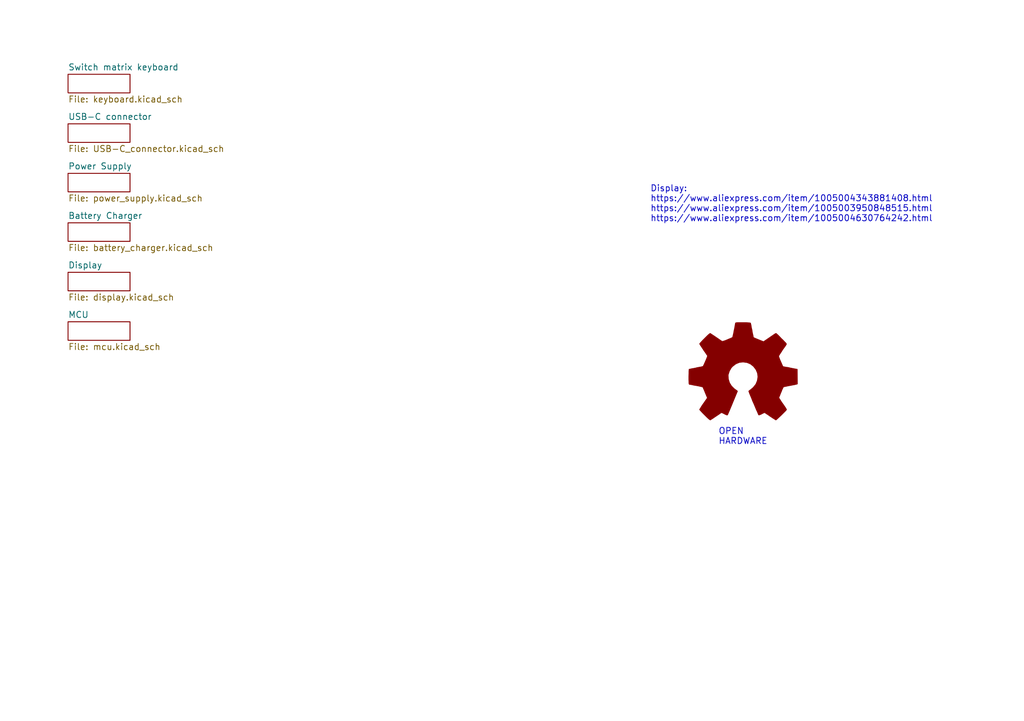
<source format=kicad_sch>
(kicad_sch (version 20230121) (generator eeschema)

  (uuid 35282355-b5fa-4a34-be75-817e69674e40)

  (paper "A5")

  (title_block
    (title "Open Source Machinist Calculator")
    (rev "Draft")
  )

  (lib_symbols
    (symbol "Graphic:Logo_Open_Hardware_Large" (in_bom no) (on_board no)
      (property "Reference" "#SYM" (at 0 12.7 0)
        (effects (font (size 1.27 1.27)) hide)
      )
      (property "Value" "Logo_Open_Hardware_Large" (at 0 -10.16 0)
        (effects (font (size 1.27 1.27)) hide)
      )
      (property "Footprint" "" (at 0 0 0)
        (effects (font (size 1.27 1.27)) hide)
      )
      (property "Datasheet" "~" (at 0 0 0)
        (effects (font (size 1.27 1.27)) hide)
      )
      (property "Sim.Enable" "0" (at 0 0 0)
        (effects (font (size 1.27 1.27)) hide)
      )
      (property "ki_keywords" "Logo" (at 0 0 0)
        (effects (font (size 1.27 1.27)) hide)
      )
      (property "ki_description" "Open Hardware logo, large" (at 0 0 0)
        (effects (font (size 1.27 1.27)) hide)
      )
      (symbol "Logo_Open_Hardware_Large_1_1"
        (polyline
          (pts
            (xy 6.731 -8.7122)
            (xy 6.6294 -8.6614)
            (xy 6.35 -8.4836)
            (xy 5.9944 -8.255)
            (xy 5.5372 -7.9502)
            (xy 5.1054 -7.6454)
            (xy 4.7498 -7.4168)
            (xy 4.4958 -7.239)
            (xy 4.3942 -7.1882)
            (xy 4.318 -7.2136)
            (xy 4.1148 -7.3152)
            (xy 3.81 -7.4676)
            (xy 3.6322 -7.5692)
            (xy 3.3528 -7.6708)
            (xy 3.2258 -7.6962)
            (xy 3.2004 -7.6708)
            (xy 3.0988 -7.4676)
            (xy 2.9464 -7.0866)
            (xy 2.7178 -6.604)
            (xy 2.4892 -6.0452)
            (xy 2.2352 -5.4356)
            (xy 1.9558 -4.826)
            (xy 1.7272 -4.2164)
            (xy 1.4986 -3.683)
            (xy 1.3208 -3.2512)
            (xy 1.2192 -2.9464)
            (xy 1.1684 -2.8194)
            (xy 1.1938 -2.794)
            (xy 1.3208 -2.667)
            (xy 1.5748 -2.4892)
            (xy 2.0828 -2.0574)
            (xy 2.6162 -1.397)
            (xy 2.921 -0.6604)
            (xy 3.048 0.1524)
            (xy 2.9464 0.9144)
            (xy 2.6416 1.6256)
            (xy 2.1336 2.286)
            (xy 1.524 2.7686)
            (xy 0.8128 3.0734)
            (xy 0 3.175)
            (xy -0.762 3.0988)
            (xy -1.4986 2.794)
            (xy -2.159 2.286)
            (xy -2.4384 1.9812)
            (xy -2.8194 1.3208)
            (xy -3.048 0.6096)
            (xy -3.0734 0.4318)
            (xy -3.0226 -0.3556)
            (xy -2.794 -1.0922)
            (xy -2.3876 -1.7526)
            (xy -1.8288 -2.3114)
            (xy -1.7526 -2.3622)
            (xy -1.4732 -2.5654)
            (xy -1.2954 -2.6924)
            (xy -1.1684 -2.8194)
            (xy -2.159 -5.207)
            (xy -2.3114 -5.588)
            (xy -2.5908 -6.2484)
            (xy -2.8194 -6.8072)
            (xy -3.0226 -7.2644)
            (xy -3.1496 -7.5692)
            (xy -3.2258 -7.6708)
            (xy -3.2258 -7.6962)
            (xy -3.302 -7.6962)
            (xy -3.4798 -7.6454)
            (xy -3.8354 -7.4676)
            (xy -4.0386 -7.366)
            (xy -4.2926 -7.239)
            (xy -4.4196 -7.1882)
            (xy -4.5212 -7.239)
            (xy -4.7498 -7.3914)
            (xy -5.1054 -7.6454)
            (xy -5.5372 -7.9248)
            (xy -5.9436 -8.2042)
            (xy -6.3246 -8.4582)
            (xy -6.604 -8.636)
            (xy -6.731 -8.7122)
            (xy -6.7564 -8.7122)
            (xy -6.858 -8.636)
            (xy -7.0866 -8.4582)
            (xy -7.4168 -8.1534)
            (xy -7.874 -7.6962)
            (xy -7.9502 -7.62)
            (xy -8.3312 -7.239)
            (xy -8.636 -6.9088)
            (xy -8.8392 -6.6802)
            (xy -8.9154 -6.5786)
            (xy -8.9154 -6.5786)
            (xy -8.8392 -6.4516)
            (xy -8.6614 -6.1722)
            (xy -8.4328 -5.7912)
            (xy -8.128 -5.3594)
            (xy -7.3152 -4.191)
            (xy -7.7724 -3.0988)
            (xy -7.8994 -2.7686)
            (xy -8.0772 -2.3622)
            (xy -8.2042 -2.0828)
            (xy -8.255 -1.9558)
            (xy -8.382 -1.905)
            (xy -8.6614 -1.8542)
            (xy -9.0932 -1.7526)
            (xy -9.6266 -1.651)
            (xy -10.1092 -1.5748)
            (xy -10.541 -1.4732)
            (xy -10.8712 -1.4224)
            (xy -11.0236 -1.397)
            (xy -11.049 -1.3716)
            (xy -11.0744 -1.2954)
            (xy -11.0998 -1.143)
            (xy -11.0998 -0.889)
            (xy -11.1252 -0.4572)
            (xy -11.1252 0.1524)
            (xy -11.1252 0.2286)
            (xy -11.0998 0.8128)
            (xy -11.0998 1.27)
            (xy -11.0744 1.5494)
            (xy -11.0744 1.6764)
            (xy -11.0744 1.6764)
            (xy -10.922 1.7018)
            (xy -10.6172 1.778)
            (xy -10.16 1.8542)
            (xy -9.652 1.9558)
            (xy -9.6012 1.9812)
            (xy -9.0932 2.0828)
            (xy -8.636 2.159)
            (xy -8.3312 2.2352)
            (xy -8.2042 2.286)
            (xy -8.1788 2.3114)
            (xy -8.0772 2.5146)
            (xy -7.9248 2.8448)
            (xy -7.747 3.2512)
            (xy -7.5692 3.6576)
            (xy -7.4168 4.0386)
            (xy -7.3152 4.318)
            (xy -7.2898 4.445)
            (xy -7.2898 4.445)
            (xy -7.366 4.572)
            (xy -7.5438 4.826)
            (xy -7.7978 5.207)
            (xy -8.128 5.6642)
            (xy -8.128 5.6896)
            (xy -8.4328 6.1468)
            (xy -8.6868 6.5278)
            (xy -8.8392 6.7818)
            (xy -8.9154 6.9088)
            (xy -8.9154 6.9088)
            (xy -8.8138 7.0358)
            (xy -8.5852 7.2898)
            (xy -8.255 7.6454)
            (xy -7.874 8.0264)
            (xy -7.747 8.1534)
            (xy -7.3152 8.5852)
            (xy -7.0104 8.8646)
            (xy -6.8326 8.9916)
            (xy -6.731 9.0424)
            (xy -6.731 9.0424)
            (xy -6.604 8.9408)
            (xy -6.3246 8.763)
            (xy -5.9436 8.509)
            (xy -5.4864 8.2042)
            (xy -5.461 8.1788)
            (xy -5.0038 7.874)
            (xy -4.6482 7.62)
            (xy -4.3688 7.4422)
            (xy -4.2672 7.3914)
            (xy -4.2418 7.3914)
            (xy -4.064 7.4422)
            (xy -3.7338 7.5438)
            (xy -3.3528 7.6962)
            (xy -2.9464 7.874)
            (xy -2.5654 8.0264)
            (xy -2.286 8.1534)
            (xy -2.159 8.2296)
            (xy -2.159 8.2296)
            (xy -2.1082 8.382)
            (xy -2.032 8.7122)
            (xy -1.9304 9.1694)
            (xy -1.8288 9.7282)
            (xy -1.8034 9.8044)
            (xy -1.7018 10.3378)
            (xy -1.6256 10.7696)
            (xy -1.5748 11.0744)
            (xy -1.524 11.2014)
            (xy -1.4478 11.2268)
            (xy -1.1938 11.2522)
            (xy -0.8128 11.2522)
            (xy -0.3302 11.2522)
            (xy 0.1524 11.2522)
            (xy 0.6604 11.2522)
            (xy 1.0668 11.2268)
            (xy 1.3716 11.2014)
            (xy 1.4986 11.176)
            (xy 1.4986 11.176)
            (xy 1.5494 11.0236)
            (xy 1.6256 10.6934)
            (xy 1.7018 10.2108)
            (xy 1.8288 9.6774)
            (xy 1.8288 9.5758)
            (xy 1.9304 9.0424)
            (xy 2.032 8.6106)
            (xy 2.0828 8.3058)
            (xy 2.1336 8.2042)
            (xy 2.159 8.1788)
            (xy 2.3876 8.0772)
            (xy 2.7432 7.9248)
            (xy 3.175 7.747)
            (xy 4.191 7.3406)
            (xy 5.461 8.2042)
            (xy 5.5626 8.2804)
            (xy 6.0198 8.5852)
            (xy 6.3754 8.8392)
            (xy 6.6294 8.9916)
            (xy 6.7564 9.0424)
            (xy 6.7564 9.0424)
            (xy 6.8834 8.9408)
            (xy 7.1374 8.7122)
            (xy 7.4676 8.382)
            (xy 7.8486 7.9756)
            (xy 8.1534 7.6962)
            (xy 8.4836 7.3406)
            (xy 8.7122 7.112)
            (xy 8.8392 6.9596)
            (xy 8.8646 6.858)
            (xy 8.8646 6.8072)
            (xy 8.7884 6.6802)
            (xy 8.6106 6.4008)
            (xy 8.3312 6.0198)
            (xy 8.0264 5.588)
            (xy 7.7978 5.207)
            (xy 7.5184 4.8006)
            (xy 7.3406 4.4958)
            (xy 7.2898 4.3434)
            (xy 7.2898 4.2926)
            (xy 7.3914 4.0386)
            (xy 7.5184 3.683)
            (xy 7.7216 3.2258)
            (xy 8.1534 2.2352)
            (xy 8.7884 2.1082)
            (xy 9.1948 2.0574)
            (xy 9.7536 1.9304)
            (xy 10.2616 1.8288)
            (xy 11.0998 1.6764)
            (xy 11.1252 -1.3208)
            (xy 10.9982 -1.3716)
            (xy 10.8712 -1.397)
            (xy 10.5664 -1.4732)
            (xy 10.1346 -1.5494)
            (xy 9.6266 -1.651)
            (xy 9.1948 -1.7272)
            (xy 8.7376 -1.8288)
            (xy 8.4328 -1.8796)
            (xy 8.2804 -1.905)
            (xy 8.255 -1.9558)
            (xy 8.1534 -2.159)
            (xy 7.9756 -2.5146)
            (xy 7.8232 -2.921)
            (xy 7.6454 -3.3274)
            (xy 7.493 -3.7338)
            (xy 7.366 -4.0132)
            (xy 7.3406 -4.191)
            (xy 7.3914 -4.2926)
            (xy 7.5692 -4.5466)
            (xy 7.7978 -4.9276)
            (xy 8.1026 -5.3594)
            (xy 8.4074 -5.7912)
            (xy 8.6614 -6.1722)
            (xy 8.8138 -6.4262)
            (xy 8.89 -6.5532)
            (xy 8.8646 -6.6548)
            (xy 8.6868 -6.858)
            (xy 8.3566 -7.1882)
            (xy 7.874 -7.6708)
            (xy 7.7978 -7.747)
            (xy 7.3914 -8.128)
            (xy 7.0612 -8.4328)
            (xy 6.8326 -8.636)
            (xy 6.731 -8.7122)
          )
          (stroke (width 0) (type default))
          (fill (type outline))
        )
      )
    )
  )


  (text "OPEN\nHARDWARE" (at 147.32 91.44 0)
    (effects (font (size 1.27 1.27)) (justify left bottom))
    (uuid 8664a02b-fa47-4544-92f4-d186f866c402)
  )
  (text "Display:\nhttps://www.aliexpress.com/item/1005004343881408.html\nhttps://www.aliexpress.com/item/1005003950848515.html\nhttps://www.aliexpress.com/item/1005004630764242.html"
    (at 133.35 45.72 0)
    (effects (font (size 1.27 1.27)) (justify left bottom))
    (uuid 96ae186c-2818-498d-8b25-0ec91f1a7fc5)
  )

  (symbol (lib_id "Graphic:Logo_Open_Hardware_Large") (at 152.4 77.47 0) (unit 1)
    (in_bom no) (on_board no) (dnp no) (fields_autoplaced)
    (uuid f4016d65-9141-49e9-9543-11bd5e52deb6)
    (property "Reference" "#SYM1" (at 152.4 64.77 0)
      (effects (font (size 1.27 1.27)) hide)
    )
    (property "Value" "Logo_Open_Hardware_Large" (at 152.4 87.63 0)
      (effects (font (size 1.27 1.27)) hide)
    )
    (property "Footprint" "" (at 152.4 77.47 0)
      (effects (font (size 1.27 1.27)) hide)
    )
    (property "Datasheet" "~" (at 152.4 77.47 0)
      (effects (font (size 1.27 1.27)) hide)
    )
    (property "Sim.Enable" "0" (at 152.4 77.47 0)
      (effects (font (size 1.27 1.27)) hide)
    )
    (instances
      (project "Open_Machinist_Calculator"
        (path "/35282355-b5fa-4a34-be75-817e69674e40"
          (reference "#SYM1") (unit 1)
        )
      )
    )
  )

  (sheet (at 13.97 45.72) (size 12.7 3.81) (fields_autoplaced)
    (stroke (width 0.1524) (type solid))
    (fill (color 0 0 0 0.0000))
    (uuid 33820843-56b0-4651-9bfe-61a3369618a0)
    (property "Sheetname" "Battery Charger" (at 13.97 45.0084 0)
      (effects (font (size 1.27 1.27)) (justify left bottom))
    )
    (property "Sheetfile" "battery_charger.kicad_sch" (at 13.97 50.1146 0)
      (effects (font (size 1.27 1.27)) (justify left top))
    )
    (instances
      (project "Open_Machinist_Calculator"
        (path "/35282355-b5fa-4a34-be75-817e69674e40" (page "5"))
      )
    )
  )

  (sheet (at 13.97 35.56) (size 12.7 3.81) (fields_autoplaced)
    (stroke (width 0.1524) (type solid))
    (fill (color 0 0 0 0.0000))
    (uuid 3532e8c7-9d6a-4014-b778-e395ecbbcaef)
    (property "Sheetname" "Power Supply" (at 13.97 34.8484 0)
      (effects (font (size 1.27 1.27)) (justify left bottom))
    )
    (property "Sheetfile" "power_supply.kicad_sch" (at 13.97 39.9546 0)
      (effects (font (size 1.27 1.27)) (justify left top))
    )
    (instances
      (project "Open_Machinist_Calculator"
        (path "/35282355-b5fa-4a34-be75-817e69674e40" (page "4"))
      )
    )
  )

  (sheet (at 13.97 15.24) (size 12.7 3.81) (fields_autoplaced)
    (stroke (width 0.1524) (type solid))
    (fill (color 0 0 0 0.0000))
    (uuid 5005f5dc-089b-451c-b9e7-7bc87b2db7e6)
    (property "Sheetname" "Switch matrix keyboard" (at 13.97 14.5284 0)
      (effects (font (size 1.27 1.27)) (justify left bottom))
    )
    (property "Sheetfile" "keyboard.kicad_sch" (at 13.97 19.6346 0)
      (effects (font (size 1.27 1.27)) (justify left top))
    )
    (instances
      (project "Open_Machinist_Calculator"
        (path "/35282355-b5fa-4a34-be75-817e69674e40" (page "2"))
      )
    )
  )

  (sheet (at 13.97 55.88) (size 12.7 3.81) (fields_autoplaced)
    (stroke (width 0.1524) (type solid))
    (fill (color 0 0 0 0.0000))
    (uuid 61891dd1-a38a-4a1b-b250-aeb16817b95e)
    (property "Sheetname" "Display" (at 13.97 55.1684 0)
      (effects (font (size 1.27 1.27)) (justify left bottom))
    )
    (property "Sheetfile" "display.kicad_sch" (at 13.97 60.2746 0)
      (effects (font (size 1.27 1.27)) (justify left top))
    )
    (instances
      (project "Open_Machinist_Calculator"
        (path "/35282355-b5fa-4a34-be75-817e69674e40" (page "6"))
      )
    )
  )

  (sheet (at 13.97 66.04) (size 12.7 3.81) (fields_autoplaced)
    (stroke (width 0.1524) (type solid))
    (fill (color 0 0 0 0.0000))
    (uuid 77dec9d2-05b0-4317-ad32-ce64fb45d0cc)
    (property "Sheetname" "MCU" (at 13.97 65.3284 0)
      (effects (font (size 1.27 1.27)) (justify left bottom))
    )
    (property "Sheetfile" "mcu.kicad_sch" (at 13.97 70.4346 0)
      (effects (font (size 1.27 1.27)) (justify left top))
    )
    (instances
      (project "Open_Machinist_Calculator"
        (path "/35282355-b5fa-4a34-be75-817e69674e40" (page "7"))
      )
    )
  )

  (sheet (at 13.97 25.4) (size 12.7 3.81) (fields_autoplaced)
    (stroke (width 0.1524) (type solid))
    (fill (color 0 0 0 0.0000))
    (uuid 924b7b90-51ea-41ef-a456-e7aa78256323)
    (property "Sheetname" "USB-C connector" (at 13.97 24.6884 0)
      (effects (font (size 1.27 1.27)) (justify left bottom))
    )
    (property "Sheetfile" "USB-C_connector.kicad_sch" (at 13.97 29.7946 0)
      (effects (font (size 1.27 1.27)) (justify left top))
    )
    (instances
      (project "Open_Machinist_Calculator"
        (path "/35282355-b5fa-4a34-be75-817e69674e40" (page "3"))
      )
    )
  )

  (sheet_instances
    (path "/" (page "1"))
  )
)

</source>
